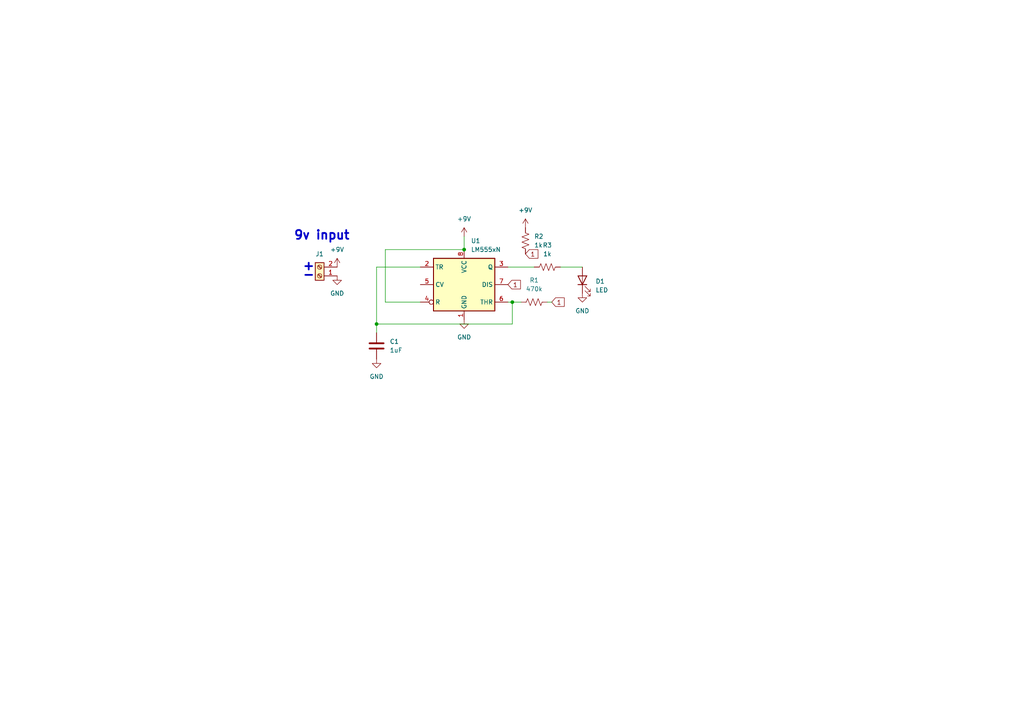
<source format=kicad_sch>
(kicad_sch (version 20230121) (generator eeschema)

  (uuid c16d315f-dd0e-4e9b-897c-3d9b531ea0c6)

  (paper "A4")

  (lib_symbols
    (symbol "Connector:Screw_Terminal_01x02" (pin_names (offset 1.016) hide) (in_bom yes) (on_board yes)
      (property "Reference" "J" (at 0 2.54 0)
        (effects (font (size 1.27 1.27)))
      )
      (property "Value" "Screw_Terminal_01x02" (at 0 -5.08 0)
        (effects (font (size 1.27 1.27)))
      )
      (property "Footprint" "" (at 0 0 0)
        (effects (font (size 1.27 1.27)) hide)
      )
      (property "Datasheet" "~" (at 0 0 0)
        (effects (font (size 1.27 1.27)) hide)
      )
      (property "ki_keywords" "screw terminal" (at 0 0 0)
        (effects (font (size 1.27 1.27)) hide)
      )
      (property "ki_description" "Generic screw terminal, single row, 01x02, script generated (kicad-library-utils/schlib/autogen/connector/)" (at 0 0 0)
        (effects (font (size 1.27 1.27)) hide)
      )
      (property "ki_fp_filters" "TerminalBlock*:*" (at 0 0 0)
        (effects (font (size 1.27 1.27)) hide)
      )
      (symbol "Screw_Terminal_01x02_1_1"
        (rectangle (start -1.27 1.27) (end 1.27 -3.81)
          (stroke (width 0.254) (type default))
          (fill (type background))
        )
        (circle (center 0 -2.54) (radius 0.635)
          (stroke (width 0.1524) (type default))
          (fill (type none))
        )
        (polyline
          (pts
            (xy -0.5334 -2.2098)
            (xy 0.3302 -3.048)
          )
          (stroke (width 0.1524) (type default))
          (fill (type none))
        )
        (polyline
          (pts
            (xy -0.5334 0.3302)
            (xy 0.3302 -0.508)
          )
          (stroke (width 0.1524) (type default))
          (fill (type none))
        )
        (polyline
          (pts
            (xy -0.3556 -2.032)
            (xy 0.508 -2.8702)
          )
          (stroke (width 0.1524) (type default))
          (fill (type none))
        )
        (polyline
          (pts
            (xy -0.3556 0.508)
            (xy 0.508 -0.3302)
          )
          (stroke (width 0.1524) (type default))
          (fill (type none))
        )
        (circle (center 0 0) (radius 0.635)
          (stroke (width 0.1524) (type default))
          (fill (type none))
        )
        (pin passive line (at -5.08 0 0) (length 3.81)
          (name "Pin_1" (effects (font (size 1.27 1.27))))
          (number "1" (effects (font (size 1.27 1.27))))
        )
        (pin passive line (at -5.08 -2.54 0) (length 3.81)
          (name "Pin_2" (effects (font (size 1.27 1.27))))
          (number "2" (effects (font (size 1.27 1.27))))
        )
      )
    )
    (symbol "Device:C" (pin_numbers hide) (pin_names (offset 0.254)) (in_bom yes) (on_board yes)
      (property "Reference" "C" (at 0.635 2.54 0)
        (effects (font (size 1.27 1.27)) (justify left))
      )
      (property "Value" "C" (at 0.635 -2.54 0)
        (effects (font (size 1.27 1.27)) (justify left))
      )
      (property "Footprint" "" (at 0.9652 -3.81 0)
        (effects (font (size 1.27 1.27)) hide)
      )
      (property "Datasheet" "~" (at 0 0 0)
        (effects (font (size 1.27 1.27)) hide)
      )
      (property "ki_keywords" "cap capacitor" (at 0 0 0)
        (effects (font (size 1.27 1.27)) hide)
      )
      (property "ki_description" "Unpolarized capacitor" (at 0 0 0)
        (effects (font (size 1.27 1.27)) hide)
      )
      (property "ki_fp_filters" "C_*" (at 0 0 0)
        (effects (font (size 1.27 1.27)) hide)
      )
      (symbol "C_0_1"
        (polyline
          (pts
            (xy -2.032 -0.762)
            (xy 2.032 -0.762)
          )
          (stroke (width 0.508) (type default))
          (fill (type none))
        )
        (polyline
          (pts
            (xy -2.032 0.762)
            (xy 2.032 0.762)
          )
          (stroke (width 0.508) (type default))
          (fill (type none))
        )
      )
      (symbol "C_1_1"
        (pin passive line (at 0 3.81 270) (length 2.794)
          (name "~" (effects (font (size 1.27 1.27))))
          (number "1" (effects (font (size 1.27 1.27))))
        )
        (pin passive line (at 0 -3.81 90) (length 2.794)
          (name "~" (effects (font (size 1.27 1.27))))
          (number "2" (effects (font (size 1.27 1.27))))
        )
      )
    )
    (symbol "Device:LED" (pin_numbers hide) (pin_names (offset 1.016) hide) (in_bom yes) (on_board yes)
      (property "Reference" "D" (at 0 2.54 0)
        (effects (font (size 1.27 1.27)))
      )
      (property "Value" "LED" (at 0 -2.54 0)
        (effects (font (size 1.27 1.27)))
      )
      (property "Footprint" "" (at 0 0 0)
        (effects (font (size 1.27 1.27)) hide)
      )
      (property "Datasheet" "~" (at 0 0 0)
        (effects (font (size 1.27 1.27)) hide)
      )
      (property "ki_keywords" "LED diode" (at 0 0 0)
        (effects (font (size 1.27 1.27)) hide)
      )
      (property "ki_description" "Light emitting diode" (at 0 0 0)
        (effects (font (size 1.27 1.27)) hide)
      )
      (property "ki_fp_filters" "LED* LED_SMD:* LED_THT:*" (at 0 0 0)
        (effects (font (size 1.27 1.27)) hide)
      )
      (symbol "LED_0_1"
        (polyline
          (pts
            (xy -1.27 -1.27)
            (xy -1.27 1.27)
          )
          (stroke (width 0.254) (type default))
          (fill (type none))
        )
        (polyline
          (pts
            (xy -1.27 0)
            (xy 1.27 0)
          )
          (stroke (width 0) (type default))
          (fill (type none))
        )
        (polyline
          (pts
            (xy 1.27 -1.27)
            (xy 1.27 1.27)
            (xy -1.27 0)
            (xy 1.27 -1.27)
          )
          (stroke (width 0.254) (type default))
          (fill (type none))
        )
        (polyline
          (pts
            (xy -3.048 -0.762)
            (xy -4.572 -2.286)
            (xy -3.81 -2.286)
            (xy -4.572 -2.286)
            (xy -4.572 -1.524)
          )
          (stroke (width 0) (type default))
          (fill (type none))
        )
        (polyline
          (pts
            (xy -1.778 -0.762)
            (xy -3.302 -2.286)
            (xy -2.54 -2.286)
            (xy -3.302 -2.286)
            (xy -3.302 -1.524)
          )
          (stroke (width 0) (type default))
          (fill (type none))
        )
      )
      (symbol "LED_1_1"
        (pin passive line (at -3.81 0 0) (length 2.54)
          (name "K" (effects (font (size 1.27 1.27))))
          (number "1" (effects (font (size 1.27 1.27))))
        )
        (pin passive line (at 3.81 0 180) (length 2.54)
          (name "A" (effects (font (size 1.27 1.27))))
          (number "2" (effects (font (size 1.27 1.27))))
        )
      )
    )
    (symbol "Device:R_US" (pin_numbers hide) (pin_names (offset 0)) (in_bom yes) (on_board yes)
      (property "Reference" "R" (at 2.54 0 90)
        (effects (font (size 1.27 1.27)))
      )
      (property "Value" "R_US" (at -2.54 0 90)
        (effects (font (size 1.27 1.27)))
      )
      (property "Footprint" "" (at 1.016 -0.254 90)
        (effects (font (size 1.27 1.27)) hide)
      )
      (property "Datasheet" "~" (at 0 0 0)
        (effects (font (size 1.27 1.27)) hide)
      )
      (property "ki_keywords" "R res resistor" (at 0 0 0)
        (effects (font (size 1.27 1.27)) hide)
      )
      (property "ki_description" "Resistor, US symbol" (at 0 0 0)
        (effects (font (size 1.27 1.27)) hide)
      )
      (property "ki_fp_filters" "R_*" (at 0 0 0)
        (effects (font (size 1.27 1.27)) hide)
      )
      (symbol "R_US_0_1"
        (polyline
          (pts
            (xy 0 -2.286)
            (xy 0 -2.54)
          )
          (stroke (width 0) (type default))
          (fill (type none))
        )
        (polyline
          (pts
            (xy 0 2.286)
            (xy 0 2.54)
          )
          (stroke (width 0) (type default))
          (fill (type none))
        )
        (polyline
          (pts
            (xy 0 -0.762)
            (xy 1.016 -1.143)
            (xy 0 -1.524)
            (xy -1.016 -1.905)
            (xy 0 -2.286)
          )
          (stroke (width 0) (type default))
          (fill (type none))
        )
        (polyline
          (pts
            (xy 0 0.762)
            (xy 1.016 0.381)
            (xy 0 0)
            (xy -1.016 -0.381)
            (xy 0 -0.762)
          )
          (stroke (width 0) (type default))
          (fill (type none))
        )
        (polyline
          (pts
            (xy 0 2.286)
            (xy 1.016 1.905)
            (xy 0 1.524)
            (xy -1.016 1.143)
            (xy 0 0.762)
          )
          (stroke (width 0) (type default))
          (fill (type none))
        )
      )
      (symbol "R_US_1_1"
        (pin passive line (at 0 3.81 270) (length 1.27)
          (name "~" (effects (font (size 1.27 1.27))))
          (number "1" (effects (font (size 1.27 1.27))))
        )
        (pin passive line (at 0 -3.81 90) (length 1.27)
          (name "~" (effects (font (size 1.27 1.27))))
          (number "2" (effects (font (size 1.27 1.27))))
        )
      )
    )
    (symbol "Timer:LM555xN" (in_bom yes) (on_board yes)
      (property "Reference" "U" (at -10.16 8.89 0)
        (effects (font (size 1.27 1.27)) (justify left))
      )
      (property "Value" "LM555xN" (at 2.54 8.89 0)
        (effects (font (size 1.27 1.27)) (justify left))
      )
      (property "Footprint" "Package_DIP:DIP-8_W7.62mm" (at 16.51 -10.16 0)
        (effects (font (size 1.27 1.27)) hide)
      )
      (property "Datasheet" "http://www.ti.com/lit/ds/symlink/lm555.pdf" (at 21.59 -10.16 0)
        (effects (font (size 1.27 1.27)) hide)
      )
      (property "ki_keywords" "single timer 555" (at 0 0 0)
        (effects (font (size 1.27 1.27)) hide)
      )
      (property "ki_description" "Timer, 555 compatible, PDIP-8" (at 0 0 0)
        (effects (font (size 1.27 1.27)) hide)
      )
      (property "ki_fp_filters" "DIP*W7.62mm*" (at 0 0 0)
        (effects (font (size 1.27 1.27)) hide)
      )
      (symbol "LM555xN_0_0"
        (pin power_in line (at 0 -10.16 90) (length 2.54)
          (name "GND" (effects (font (size 1.27 1.27))))
          (number "1" (effects (font (size 1.27 1.27))))
        )
        (pin power_in line (at 0 10.16 270) (length 2.54)
          (name "VCC" (effects (font (size 1.27 1.27))))
          (number "8" (effects (font (size 1.27 1.27))))
        )
      )
      (symbol "LM555xN_0_1"
        (rectangle (start -8.89 -7.62) (end 8.89 7.62)
          (stroke (width 0.254) (type default))
          (fill (type background))
        )
        (rectangle (start -8.89 -7.62) (end 8.89 7.62)
          (stroke (width 0.254) (type default))
          (fill (type background))
        )
      )
      (symbol "LM555xN_1_1"
        (pin input line (at -12.7 5.08 0) (length 3.81)
          (name "TR" (effects (font (size 1.27 1.27))))
          (number "2" (effects (font (size 1.27 1.27))))
        )
        (pin output line (at 12.7 5.08 180) (length 3.81)
          (name "Q" (effects (font (size 1.27 1.27))))
          (number "3" (effects (font (size 1.27 1.27))))
        )
        (pin input inverted (at -12.7 -5.08 0) (length 3.81)
          (name "R" (effects (font (size 1.27 1.27))))
          (number "4" (effects (font (size 1.27 1.27))))
        )
        (pin input line (at -12.7 0 0) (length 3.81)
          (name "CV" (effects (font (size 1.27 1.27))))
          (number "5" (effects (font (size 1.27 1.27))))
        )
        (pin input line (at 12.7 -5.08 180) (length 3.81)
          (name "THR" (effects (font (size 1.27 1.27))))
          (number "6" (effects (font (size 1.27 1.27))))
        )
        (pin input line (at 12.7 0 180) (length 3.81)
          (name "DIS" (effects (font (size 1.27 1.27))))
          (number "7" (effects (font (size 1.27 1.27))))
        )
      )
    )
    (symbol "power:+9V" (power) (pin_names (offset 0)) (in_bom yes) (on_board yes)
      (property "Reference" "#PWR" (at 0 -3.81 0)
        (effects (font (size 1.27 1.27)) hide)
      )
      (property "Value" "+9V" (at 0 3.556 0)
        (effects (font (size 1.27 1.27)))
      )
      (property "Footprint" "" (at 0 0 0)
        (effects (font (size 1.27 1.27)) hide)
      )
      (property "Datasheet" "" (at 0 0 0)
        (effects (font (size 1.27 1.27)) hide)
      )
      (property "ki_keywords" "global power" (at 0 0 0)
        (effects (font (size 1.27 1.27)) hide)
      )
      (property "ki_description" "Power symbol creates a global label with name \"+9V\"" (at 0 0 0)
        (effects (font (size 1.27 1.27)) hide)
      )
      (symbol "+9V_0_1"
        (polyline
          (pts
            (xy -0.762 1.27)
            (xy 0 2.54)
          )
          (stroke (width 0) (type default))
          (fill (type none))
        )
        (polyline
          (pts
            (xy 0 0)
            (xy 0 2.54)
          )
          (stroke (width 0) (type default))
          (fill (type none))
        )
        (polyline
          (pts
            (xy 0 2.54)
            (xy 0.762 1.27)
          )
          (stroke (width 0) (type default))
          (fill (type none))
        )
      )
      (symbol "+9V_1_1"
        (pin power_in line (at 0 0 90) (length 0) hide
          (name "+9V" (effects (font (size 1.27 1.27))))
          (number "1" (effects (font (size 1.27 1.27))))
        )
      )
    )
    (symbol "power:GND" (power) (pin_names (offset 0)) (in_bom yes) (on_board yes)
      (property "Reference" "#PWR" (at 0 -6.35 0)
        (effects (font (size 1.27 1.27)) hide)
      )
      (property "Value" "GND" (at 0 -3.81 0)
        (effects (font (size 1.27 1.27)))
      )
      (property "Footprint" "" (at 0 0 0)
        (effects (font (size 1.27 1.27)) hide)
      )
      (property "Datasheet" "" (at 0 0 0)
        (effects (font (size 1.27 1.27)) hide)
      )
      (property "ki_keywords" "global power" (at 0 0 0)
        (effects (font (size 1.27 1.27)) hide)
      )
      (property "ki_description" "Power symbol creates a global label with name \"GND\" , ground" (at 0 0 0)
        (effects (font (size 1.27 1.27)) hide)
      )
      (symbol "GND_0_1"
        (polyline
          (pts
            (xy 0 0)
            (xy 0 -1.27)
            (xy 1.27 -1.27)
            (xy 0 -2.54)
            (xy -1.27 -1.27)
            (xy 0 -1.27)
          )
          (stroke (width 0) (type default))
          (fill (type none))
        )
      )
      (symbol "GND_1_1"
        (pin power_in line (at 0 0 270) (length 0) hide
          (name "GND" (effects (font (size 1.27 1.27))))
          (number "1" (effects (font (size 1.27 1.27))))
        )
      )
    )
  )

  (junction (at 148.59 87.63) (diameter 0) (color 0 0 0 0)
    (uuid 005c6cc2-71c1-475e-9ac1-af0536a97450)
  )
  (junction (at 134.62 72.39) (diameter 0) (color 0 0 0 0)
    (uuid 50b8bc14-a7c8-4e9b-a4e5-55502d5eecd0)
  )
  (junction (at 109.22 93.98) (diameter 0) (color 0 0 0 0)
    (uuid 8acbe356-6aac-4000-bad4-2fd6484425d8)
  )

  (wire (pts (xy 121.92 77.47) (xy 109.22 77.47))
    (stroke (width 0) (type default))
    (uuid 10c7c02a-bb66-4a58-bd2f-2799c59415c5)
  )
  (wire (pts (xy 147.32 77.47) (xy 154.94 77.47))
    (stroke (width 0) (type default))
    (uuid 23ea0a49-1ec2-48da-8d33-cd6579470e37)
  )
  (wire (pts (xy 109.22 93.98) (xy 109.22 96.52))
    (stroke (width 0) (type default))
    (uuid 2f3ede29-80da-4404-892d-7ed824c5eab0)
  )
  (wire (pts (xy 134.62 68.58) (xy 134.62 72.39))
    (stroke (width 0) (type default))
    (uuid 63b8b931-9172-4cb2-9783-970298e50e65)
  )
  (wire (pts (xy 148.59 93.98) (xy 109.22 93.98))
    (stroke (width 0) (type default))
    (uuid 65b05ee5-169d-4119-9b84-52dc2afa4ef1)
  )
  (wire (pts (xy 111.76 72.39) (xy 134.62 72.39))
    (stroke (width 0) (type default))
    (uuid 67b1a198-dac5-4be1-b889-b137916fbbde)
  )
  (wire (pts (xy 162.56 77.47) (xy 168.91 77.47))
    (stroke (width 0) (type default))
    (uuid 6a6dd40b-814b-47f2-bcdf-2b6b2db09a9f)
  )
  (wire (pts (xy 148.59 87.63) (xy 148.59 93.98))
    (stroke (width 0) (type default))
    (uuid 8488a8d8-9917-4474-8c08-74a564a8ef7c)
  )
  (wire (pts (xy 111.76 87.63) (xy 111.76 72.39))
    (stroke (width 0) (type default))
    (uuid b07ed890-c1a2-43f1-8e74-1f80f045a21a)
  )
  (wire (pts (xy 109.22 77.47) (xy 109.22 93.98))
    (stroke (width 0) (type default))
    (uuid c27488ee-96b2-4d70-b66f-23c8480df7bf)
  )
  (wire (pts (xy 148.59 87.63) (xy 151.13 87.63))
    (stroke (width 0) (type default))
    (uuid d85903b9-d345-48a0-98d1-29e5cd719969)
  )
  (wire (pts (xy 160.02 87.63) (xy 158.75 87.63))
    (stroke (width 0) (type default))
    (uuid e5177554-98e9-4f7a-b2f9-528aefc3a8cc)
  )
  (wire (pts (xy 121.92 87.63) (xy 111.76 87.63))
    (stroke (width 0) (type default))
    (uuid ecfe32af-1261-4f90-81dc-16a58e2aad60)
  )
  (wire (pts (xy 147.32 87.63) (xy 148.59 87.63))
    (stroke (width 0) (type default))
    (uuid f3fbedcc-7f18-495f-a929-5fff2cdd4ae9)
  )

  (text "+" (at 87.63 78.74 0)
    (effects (font (size 2.54 2.54) (thickness 0.508) bold) (justify left bottom))
    (uuid 1ee95853-a2a1-444f-ab37-7f9e347e8ce6)
  )
  (text "-" (at 87.63 81.28 0)
    (effects (font (size 2.54 2.54) (thickness 0.508) bold) (justify left bottom))
    (uuid a6f3db50-81fe-4c4a-9b62-72f4d1ffb165)
  )
  (text "9v input" (at 85.09 69.85 0)
    (effects (font (size 2.54 2.54) bold) (justify left bottom))
    (uuid df9b6b4c-89af-44f1-9640-ec8d15a67ab2)
  )

  (global_label "1" (shape input) (at 152.4 73.66 0) (fields_autoplaced)
    (effects (font (size 1.27 1.27)) (justify left))
    (uuid 278f57b3-70c2-4fd8-a0d4-b7074aa9cfa2)
    (property "Intersheetrefs" "${INTERSHEET_REFS}" (at 156.5153 73.66 0)
      (effects (font (size 1.27 1.27)) (justify left) hide)
    )
  )
  (global_label "1" (shape input) (at 160.02 87.63 0) (fields_autoplaced)
    (effects (font (size 1.27 1.27)) (justify left))
    (uuid 76246166-29a6-4bb2-ae20-c37717da34ef)
    (property "Intersheetrefs" "${INTERSHEET_REFS}" (at 164.1353 87.63 0)
      (effects (font (size 1.27 1.27)) (justify left) hide)
    )
  )
  (global_label "1" (shape input) (at 147.32 82.55 0) (fields_autoplaced)
    (effects (font (size 1.27 1.27)) (justify left))
    (uuid d3218cb4-25e2-4e3a-81e2-8cdee7a5fb8e)
    (property "Intersheetrefs" "${INTERSHEET_REFS}" (at 151.4353 82.55 0)
      (effects (font (size 1.27 1.27)) (justify left) hide)
    )
  )

  (symbol (lib_id "power:GND") (at 168.91 85.09 0) (unit 1)
    (in_bom yes) (on_board yes) (dnp no) (fields_autoplaced)
    (uuid 13a7a652-2da7-406f-885c-74c55ab9fee9)
    (property "Reference" "#PWR07" (at 168.91 91.44 0)
      (effects (font (size 1.27 1.27)) hide)
    )
    (property "Value" "GND" (at 168.91 90.17 0)
      (effects (font (size 1.27 1.27)))
    )
    (property "Footprint" "" (at 168.91 85.09 0)
      (effects (font (size 1.27 1.27)) hide)
    )
    (property "Datasheet" "" (at 168.91 85.09 0)
      (effects (font (size 1.27 1.27)) hide)
    )
    (pin "1" (uuid a4ff6c7b-b198-4b13-acc8-48c9fa430dbe))
    (instances
      (project "How to make PCB"
        (path "/c16d315f-dd0e-4e9b-897c-3d9b531ea0c6"
          (reference "#PWR07") (unit 1)
        )
      )
    )
  )

  (symbol (lib_id "Device:R_US") (at 154.94 87.63 90) (unit 1)
    (in_bom yes) (on_board yes) (dnp no) (fields_autoplaced)
    (uuid 1bccf845-46ee-438d-bd36-0e45ed9a0757)
    (property "Reference" "R1" (at 154.94 81.28 90)
      (effects (font (size 1.27 1.27)))
    )
    (property "Value" "470k" (at 154.94 83.82 90)
      (effects (font (size 1.27 1.27)))
    )
    (property "Footprint" "Resistor_THT:R_Axial_DIN0207_L6.3mm_D2.5mm_P10.16mm_Horizontal" (at 155.194 86.614 90)
      (effects (font (size 1.27 1.27)) hide)
    )
    (property "Datasheet" "~" (at 154.94 87.63 0)
      (effects (font (size 1.27 1.27)) hide)
    )
    (pin "1" (uuid a456a3e1-aa7d-492e-a88e-b6cd815ad8cf))
    (pin "2" (uuid 0dfecbad-e083-4a80-9a0c-8a0a51bb2a85))
    (instances
      (project "How to make PCB"
        (path "/c16d315f-dd0e-4e9b-897c-3d9b531ea0c6"
          (reference "R1") (unit 1)
        )
      )
    )
  )

  (symbol (lib_id "Timer:LM555xN") (at 134.62 82.55 0) (unit 1)
    (in_bom yes) (on_board yes) (dnp no) (fields_autoplaced)
    (uuid 1f7e40f8-340b-4919-a1de-f866b3ec90cb)
    (property "Reference" "U1" (at 136.5759 69.85 0)
      (effects (font (size 1.27 1.27)) (justify left))
    )
    (property "Value" "LM555xN" (at 136.5759 72.39 0)
      (effects (font (size 1.27 1.27)) (justify left))
    )
    (property "Footprint" "Package_DIP:DIP-8_W7.62mm_LongPads" (at 151.13 92.71 0)
      (effects (font (size 1.27 1.27)) hide)
    )
    (property "Datasheet" "http://www.ti.com/lit/ds/symlink/lm555.pdf" (at 156.21 92.71 0)
      (effects (font (size 1.27 1.27)) hide)
    )
    (pin "1" (uuid 47381bc7-eadc-4c19-b485-55710a664390))
    (pin "8" (uuid afda727b-9a82-4766-978d-ada9d06939fd))
    (pin "2" (uuid 58f0b71d-d540-43e7-b88e-eeff1f588695))
    (pin "3" (uuid e05d6f12-c8b2-4e9a-b564-ce9e08defbca))
    (pin "4" (uuid 0852e1eb-e80a-4a86-a697-e8e30c04f8b4))
    (pin "5" (uuid df510a11-21c5-4ba9-a75f-4d1733413f88))
    (pin "6" (uuid d05d449e-95c8-4f28-bed6-a6d7c73e6f6e))
    (pin "7" (uuid a6bc303e-67fc-40c6-a1d2-875c0b390f2e))
    (instances
      (project "How to make PCB"
        (path "/c16d315f-dd0e-4e9b-897c-3d9b531ea0c6"
          (reference "U1") (unit 1)
        )
      )
    )
  )

  (symbol (lib_id "Device:C") (at 109.22 100.33 0) (unit 1)
    (in_bom yes) (on_board yes) (dnp no) (fields_autoplaced)
    (uuid 4de1916c-1e1c-41ac-a57b-a3bc8e18db18)
    (property "Reference" "C1" (at 113.03 99.06 0)
      (effects (font (size 1.27 1.27)) (justify left))
    )
    (property "Value" "1uF" (at 113.03 101.6 0)
      (effects (font (size 1.27 1.27)) (justify left))
    )
    (property "Footprint" "Capacitor_THT:C_Disc_D5.0mm_W2.5mm_P2.50mm" (at 110.1852 104.14 0)
      (effects (font (size 1.27 1.27)) hide)
    )
    (property "Datasheet" "~" (at 109.22 100.33 0)
      (effects (font (size 1.27 1.27)) hide)
    )
    (pin "1" (uuid 38542b7d-82c4-496e-a0d0-b2d8755666ca))
    (pin "2" (uuid 23ac3ee7-ea6b-4872-b4f9-db6fcaa7f198))
    (instances
      (project "How to make PCB"
        (path "/c16d315f-dd0e-4e9b-897c-3d9b531ea0c6"
          (reference "C1") (unit 1)
        )
      )
    )
  )

  (symbol (lib_id "power:+9V") (at 97.79 77.47 0) (unit 1)
    (in_bom yes) (on_board yes) (dnp no) (fields_autoplaced)
    (uuid 5890aa40-d76b-47bf-9111-aae7d8b9f0ce)
    (property "Reference" "#PWR04" (at 97.79 81.28 0)
      (effects (font (size 1.27 1.27)) hide)
    )
    (property "Value" "+9V" (at 97.79 72.39 0)
      (effects (font (size 1.27 1.27)))
    )
    (property "Footprint" "" (at 97.79 77.47 0)
      (effects (font (size 1.27 1.27)) hide)
    )
    (property "Datasheet" "" (at 97.79 77.47 0)
      (effects (font (size 1.27 1.27)) hide)
    )
    (pin "1" (uuid e5945df8-3086-49f5-a5e0-f5091ffb8095))
    (instances
      (project "How to make PCB"
        (path "/c16d315f-dd0e-4e9b-897c-3d9b531ea0c6"
          (reference "#PWR04") (unit 1)
        )
      )
    )
  )

  (symbol (lib_id "Device:LED") (at 168.91 81.28 90) (unit 1)
    (in_bom yes) (on_board yes) (dnp no) (fields_autoplaced)
    (uuid 6ceb89ff-ef33-4ba8-ac24-42bb14c11c86)
    (property "Reference" "D1" (at 172.72 81.5975 90)
      (effects (font (size 1.27 1.27)) (justify right))
    )
    (property "Value" "LED" (at 172.72 84.1375 90)
      (effects (font (size 1.27 1.27)) (justify right))
    )
    (property "Footprint" "LED_THT:LED_D5.0mm" (at 168.91 81.28 0)
      (effects (font (size 1.27 1.27)) hide)
    )
    (property "Datasheet" "~" (at 168.91 81.28 0)
      (effects (font (size 1.27 1.27)) hide)
    )
    (pin "1" (uuid 0aa4854e-0cf4-4325-80a9-8d777d5b2e20))
    (pin "2" (uuid b26444e5-fe02-4546-bcd0-4e8328f80b12))
    (instances
      (project "How to make PCB"
        (path "/c16d315f-dd0e-4e9b-897c-3d9b531ea0c6"
          (reference "D1") (unit 1)
        )
      )
    )
  )

  (symbol (lib_id "Device:R_US") (at 152.4 69.85 0) (unit 1)
    (in_bom yes) (on_board yes) (dnp no) (fields_autoplaced)
    (uuid 8f244a8c-7631-4b0d-9446-01f215fb6b4e)
    (property "Reference" "R2" (at 154.94 68.58 0)
      (effects (font (size 1.27 1.27)) (justify left))
    )
    (property "Value" "1k" (at 154.94 71.12 0)
      (effects (font (size 1.27 1.27)) (justify left))
    )
    (property "Footprint" "Resistor_THT:R_Axial_DIN0207_L6.3mm_D2.5mm_P10.16mm_Horizontal" (at 153.416 70.104 90)
      (effects (font (size 1.27 1.27)) hide)
    )
    (property "Datasheet" "~" (at 152.4 69.85 0)
      (effects (font (size 1.27 1.27)) hide)
    )
    (pin "1" (uuid 32c90bb1-d389-4d83-bc6e-62161402cf7c))
    (pin "2" (uuid 4133d70f-2779-4167-9b52-9b8ac514a36d))
    (instances
      (project "How to make PCB"
        (path "/c16d315f-dd0e-4e9b-897c-3d9b531ea0c6"
          (reference "R2") (unit 1)
        )
      )
    )
  )

  (symbol (lib_id "power:GND") (at 134.62 92.71 0) (unit 1)
    (in_bom yes) (on_board yes) (dnp no) (fields_autoplaced)
    (uuid 9b382dbc-a761-4861-a431-68eba0182605)
    (property "Reference" "#PWR06" (at 134.62 99.06 0)
      (effects (font (size 1.27 1.27)) hide)
    )
    (property "Value" "GND" (at 134.62 97.79 0)
      (effects (font (size 1.27 1.27)))
    )
    (property "Footprint" "" (at 134.62 92.71 0)
      (effects (font (size 1.27 1.27)) hide)
    )
    (property "Datasheet" "" (at 134.62 92.71 0)
      (effects (font (size 1.27 1.27)) hide)
    )
    (pin "1" (uuid 7b7dc18e-be10-4e43-b9b3-cd8521473c49))
    (instances
      (project "How to make PCB"
        (path "/c16d315f-dd0e-4e9b-897c-3d9b531ea0c6"
          (reference "#PWR06") (unit 1)
        )
      )
    )
  )

  (symbol (lib_id "power:GND") (at 97.79 80.01 0) (unit 1)
    (in_bom yes) (on_board yes) (dnp no) (fields_autoplaced)
    (uuid a64383a7-eeab-4104-a50c-2c6184154dcb)
    (property "Reference" "#PWR05" (at 97.79 86.36 0)
      (effects (font (size 1.27 1.27)) hide)
    )
    (property "Value" "GND" (at 97.79 85.09 0)
      (effects (font (size 1.27 1.27)))
    )
    (property "Footprint" "" (at 97.79 80.01 0)
      (effects (font (size 1.27 1.27)) hide)
    )
    (property "Datasheet" "" (at 97.79 80.01 0)
      (effects (font (size 1.27 1.27)) hide)
    )
    (pin "1" (uuid 42f5b3ad-521e-4fc9-b5f6-e16f07b065f1))
    (instances
      (project "How to make PCB"
        (path "/c16d315f-dd0e-4e9b-897c-3d9b531ea0c6"
          (reference "#PWR05") (unit 1)
        )
      )
    )
  )

  (symbol (lib_id "power:+9V") (at 152.4 66.04 0) (unit 1)
    (in_bom yes) (on_board yes) (dnp no) (fields_autoplaced)
    (uuid c5f12c87-0880-4a88-aa69-b5b337e6bac0)
    (property "Reference" "#PWR03" (at 152.4 69.85 0)
      (effects (font (size 1.27 1.27)) hide)
    )
    (property "Value" "+9V" (at 152.4 60.96 0)
      (effects (font (size 1.27 1.27)))
    )
    (property "Footprint" "" (at 152.4 66.04 0)
      (effects (font (size 1.27 1.27)) hide)
    )
    (property "Datasheet" "" (at 152.4 66.04 0)
      (effects (font (size 1.27 1.27)) hide)
    )
    (pin "1" (uuid b034484c-948d-451d-96fc-19904c58d116))
    (instances
      (project "How to make PCB"
        (path "/c16d315f-dd0e-4e9b-897c-3d9b531ea0c6"
          (reference "#PWR03") (unit 1)
        )
      )
    )
  )

  (symbol (lib_id "power:GND") (at 109.22 104.14 0) (unit 1)
    (in_bom yes) (on_board yes) (dnp no) (fields_autoplaced)
    (uuid d2198e3c-40eb-4b7a-a462-b51feb3fe453)
    (property "Reference" "#PWR08" (at 109.22 110.49 0)
      (effects (font (size 1.27 1.27)) hide)
    )
    (property "Value" "GND" (at 109.22 109.22 0)
      (effects (font (size 1.27 1.27)))
    )
    (property "Footprint" "" (at 109.22 104.14 0)
      (effects (font (size 1.27 1.27)) hide)
    )
    (property "Datasheet" "" (at 109.22 104.14 0)
      (effects (font (size 1.27 1.27)) hide)
    )
    (pin "1" (uuid 62622681-cf49-4917-a978-7adc0d1cb4e1))
    (instances
      (project "How to make PCB"
        (path "/c16d315f-dd0e-4e9b-897c-3d9b531ea0c6"
          (reference "#PWR08") (unit 1)
        )
      )
    )
  )

  (symbol (lib_id "power:+9V") (at 134.62 68.58 0) (unit 1)
    (in_bom yes) (on_board yes) (dnp no) (fields_autoplaced)
    (uuid da451f9a-c68a-4cd4-9363-74d575d5908f)
    (property "Reference" "#PWR02" (at 134.62 72.39 0)
      (effects (font (size 1.27 1.27)) hide)
    )
    (property "Value" "+9V" (at 134.62 63.5 0)
      (effects (font (size 1.27 1.27)))
    )
    (property "Footprint" "" (at 134.62 68.58 0)
      (effects (font (size 1.27 1.27)) hide)
    )
    (property "Datasheet" "" (at 134.62 68.58 0)
      (effects (font (size 1.27 1.27)) hide)
    )
    (pin "1" (uuid ebd05d67-3045-494d-9052-34aa80890702))
    (instances
      (project "How to make PCB"
        (path "/c16d315f-dd0e-4e9b-897c-3d9b531ea0c6"
          (reference "#PWR02") (unit 1)
        )
      )
    )
  )

  (symbol (lib_id "Device:R_US") (at 158.75 77.47 90) (unit 1)
    (in_bom yes) (on_board yes) (dnp no) (fields_autoplaced)
    (uuid dff50dbe-59ef-4186-828b-30f50ed9b3b0)
    (property "Reference" "R3" (at 158.75 71.12 90)
      (effects (font (size 1.27 1.27)))
    )
    (property "Value" "1k" (at 158.75 73.66 90)
      (effects (font (size 1.27 1.27)))
    )
    (property "Footprint" "Resistor_THT:R_Axial_DIN0207_L6.3mm_D2.5mm_P10.16mm_Horizontal" (at 159.004 76.454 90)
      (effects (font (size 1.27 1.27)) hide)
    )
    (property "Datasheet" "~" (at 158.75 77.47 0)
      (effects (font (size 1.27 1.27)) hide)
    )
    (pin "1" (uuid b955d601-3e72-40bd-8bd5-eadbdec294c8))
    (pin "2" (uuid 3e3b99c7-a42c-4d51-b393-929f223cdb27))
    (instances
      (project "How to make PCB"
        (path "/c16d315f-dd0e-4e9b-897c-3d9b531ea0c6"
          (reference "R3") (unit 1)
        )
      )
    )
  )

  (symbol (lib_id "Connector:Screw_Terminal_01x02") (at 92.71 80.01 180) (unit 1)
    (in_bom yes) (on_board yes) (dnp no) (fields_autoplaced)
    (uuid fddada3f-175e-4a1d-badf-34ba377e1c35)
    (property "Reference" "J1" (at 92.71 73.66 0)
      (effects (font (size 1.27 1.27)))
    )
    (property "Value" "Screw_Terminal_01x02" (at 92.71 73.66 0)
      (effects (font (size 1.27 1.27)) hide)
    )
    (property "Footprint" "TerminalBlock:TerminalBlock_bornier-2_P5.08mm" (at 92.71 80.01 0)
      (effects (font (size 1.27 1.27)) hide)
    )
    (property "Datasheet" "~" (at 92.71 80.01 0)
      (effects (font (size 1.27 1.27)) hide)
    )
    (pin "1" (uuid e8942acd-662a-4bd5-b913-288d75df81ca))
    (pin "2" (uuid 0a5fdce1-e6f2-494f-82cc-d88261faa8c5))
    (instances
      (project "How to make PCB"
        (path "/c16d315f-dd0e-4e9b-897c-3d9b531ea0c6"
          (reference "J1") (unit 1)
        )
      )
    )
  )

  (sheet_instances
    (path "/" (page "1"))
  )
)

</source>
